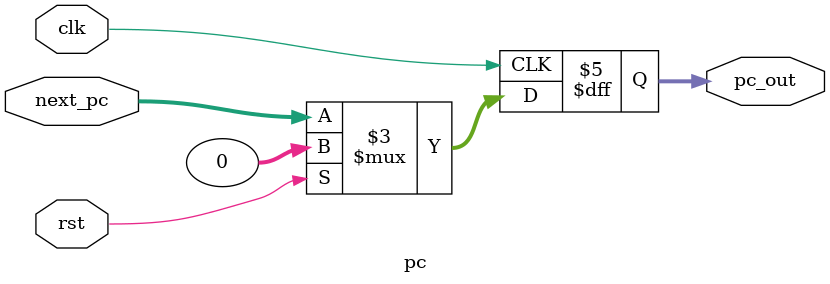
<source format=v>
module pc (
    input  wire       clk,
    input  wire       rst,         // reset síncrono
    input  wire [31:0] next_pc,    // PC + 4 ou target de branch
    output reg  [31:0] pc_out      // valor atual do PC
);
  always @(posedge clk) begin
    if (rst)
      pc_out <= 32'b0;
    else
      pc_out <= next_pc;
  end
endmodule

</source>
